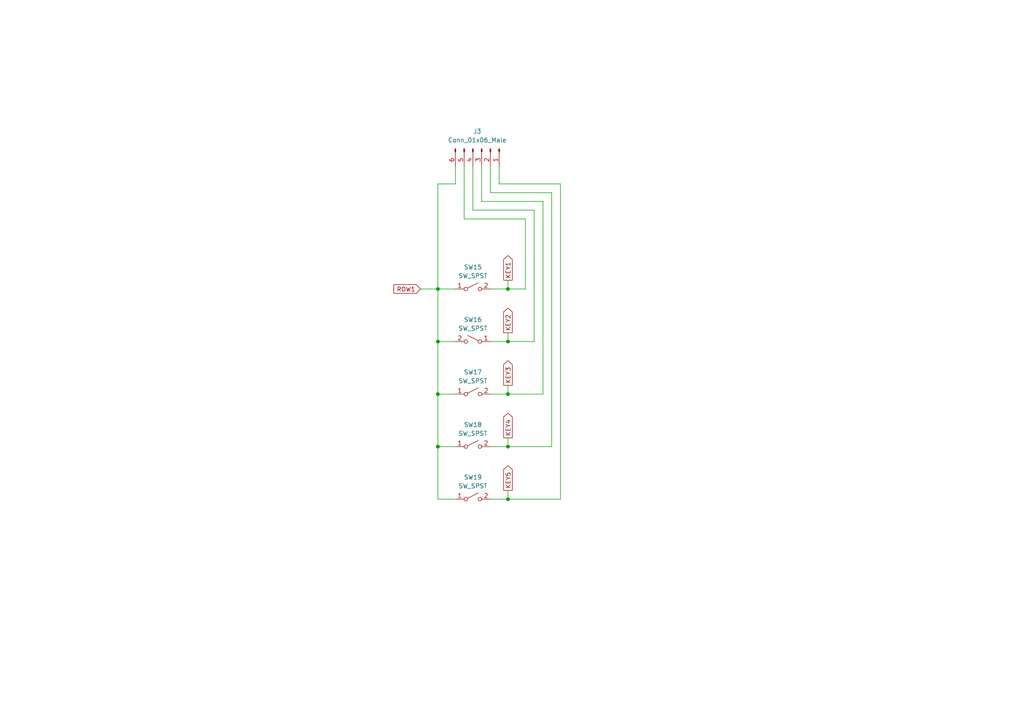
<source format=kicad_sch>
(kicad_sch (version 20211123) (generator eeschema)
  (paper "A4")
  (lib_symbols
    (symbol "Connector:Conn_01x06_Male" (pin_names (offset 1.016) hide)
      (property "Reference" "J" (at 0 7.62 0))
      (property "Value" "Conn_01x06_Male" (at 0 -10.16 0))
      (symbol "Conn_01x06_Male_1_1"
        (polyline (pts (xy 1.27 -7.62) (xy 0.8636 -7.62)) (stroke (width 0.1524)))
        (polyline (pts (xy 1.27 -5.08) (xy 0.8636 -5.08)) (stroke (width 0.1524)))
        (polyline (pts (xy 1.27 -2.54) (xy 0.8636 -2.54)) (stroke (width 0.1524)))
        (polyline (pts (xy 1.27 0) (xy 0.8636 0)) (stroke (width 0.1524)))
        (polyline (pts (xy 1.27 2.54) (xy 0.8636 2.54)) (stroke (width 0.1524)))
        (polyline (pts (xy 1.27 5.08) (xy 0.8636 5.08)) (stroke (width 0.1524)))
        (rectangle (start 0.8636 -7.493) (end 0 -7.747) (stroke (width 0.1524)) (fill (type outline)))
        (rectangle (start 0.8636 -4.953) (end 0 -5.207) (stroke (width 0.1524)) (fill (type outline)))
        (rectangle (start 0.8636 -2.413) (end 0 -2.667) (stroke (width 0.1524)) (fill (type outline)))
        (rectangle (start 0.8636 0.127) (end 0 -0.127) (stroke (width 0.1524)) (fill (type outline)))
        (rectangle (start 0.8636 2.667) (end 0 2.413) (stroke (width 0.1524)) (fill (type outline)))
        (rectangle (start 0.8636 5.207) (end 0 4.953) (stroke (width 0.1524)) (fill (type outline)))
        (pin passive line (at 5.08 5.08 180) (length 3.81) (name "Pin_1") (number "1"))
        (pin passive line (at 5.08 2.54 180) (length 3.81) (name "Pin_2") (number "2"))
        (pin passive line (at 5.08 0 180) (length 3.81) (name "Pin_3") (number "3"))
        (pin passive line (at 5.08 -2.54 180) (length 3.81) (name "Pin_4") (number "4"))
        (pin passive line (at 5.08 -5.08 180) (length 3.81) (name "Pin_5") (number "5"))
        (pin passive line (at 5.08 -7.62 180) (length 3.81) (name "Pin_6") (number "6"))
      )
    )
    (symbol "Switch:SW_SPST" (pin_names (offset 0) hide)
      (property "Reference" "SW" (at 0 3.175 0))
      (property "Value" "SW_SPST" (at 0 -2.54 0))
      (symbol "SW_SPST_0_0"
        (circle (center -2.032 0) (radius 0.508))
        (polyline (pts (xy -1.524 0.254) (xy 1.524 1.778)))
        (circle (center 2.032 0) (radius 0.508))
      )
      (symbol "SW_SPST_1_1"
        (pin passive line (at -5.08 0 0) (length 2.54) (name "A") (number "1"))
        (pin passive line (at 5.08 0 180) (length 2.54) (name "B") (number "2"))
      )
    )
  )
  (junction (at 147.32 129.54))
  (junction (at 147.32 144.78))
  (junction (at 147.32 99.06))
  (junction (at 127 114.3))
  (junction (at 127 129.54))
  (junction (at 147.32 83.82))
  (junction (at 127 83.82))
  (junction (at 147.32 114.3))
  (junction (at 127 99.06))
  (wire (pts (xy 154.94 99.06) (xy 147.32 99.06)))
  (wire (pts (xy 147.32 127) (xy 147.32 129.54)))
  (wire (pts (xy 127 53.34) (xy 127 83.82)))
  (wire (pts (xy 127 114.3) (xy 132.08 114.3)))
  (wire (pts (xy 162.56 53.34) (xy 162.56 144.78)))
  (wire (pts (xy 127 129.54) (xy 132.08 129.54)))
  (wire (pts (xy 127 83.82) (xy 127 99.06)))
  (wire (pts (xy 147.32 129.54) (xy 142.24 129.54)))
  (wire (pts (xy 127 114.3) (xy 127 129.54)))
  (wire (pts (xy 127 83.82) (xy 132.08 83.82)))
  (wire (pts (xy 139.7 58.42) (xy 157.48 58.42)))
  (wire (pts (xy 160.02 55.88) (xy 160.02 129.54)))
  (wire (pts (xy 147.32 83.82) (xy 142.24 83.82)))
  (wire (pts (xy 127 144.78) (xy 132.08 144.78)))
  (wire (pts (xy 160.02 129.54) (xy 147.32 129.54)))
  (wire (pts (xy 132.08 48.26) (xy 132.08 53.34)))
  (wire (pts (xy 162.56 144.78) (xy 147.32 144.78)))
  (wire (pts (xy 154.94 60.96) (xy 154.94 99.06)))
  (wire (pts (xy 147.32 114.3) (xy 142.24 114.3)))
  (wire (pts (xy 142.24 48.26) (xy 142.24 55.88)))
  (wire (pts (xy 139.7 48.26) (xy 139.7 58.42)))
  (wire (pts (xy 127 129.54) (xy 127 144.78)))
  (wire (pts (xy 127 99.06) (xy 132.08 99.06)))
  (wire (pts (xy 127 99.06) (xy 127 114.3)))
  (wire (pts (xy 132.08 53.34) (xy 127 53.34)))
  (wire (pts (xy 121.92 83.82) (xy 127 83.82)))
  (wire (pts (xy 137.16 48.26) (xy 137.16 60.96)))
  (wire (pts (xy 157.48 58.42) (xy 157.48 114.3)))
  (wire (pts (xy 147.32 144.78) (xy 142.24 144.78)))
  (wire (pts (xy 144.78 53.34) (xy 162.56 53.34)))
  (wire (pts (xy 147.32 99.06) (xy 142.24 99.06)))
  (wire (pts (xy 144.78 48.26) (xy 144.78 53.34)))
  (wire (pts (xy 134.62 48.26) (xy 134.62 63.5)))
  (wire (pts (xy 152.4 63.5) (xy 152.4 83.82)))
  (wire (pts (xy 147.32 142.24) (xy 147.32 144.78)))
  (wire (pts (xy 157.48 114.3) (xy 147.32 114.3)))
  (wire (pts (xy 147.32 96.52) (xy 147.32 99.06)))
  (wire (pts (xy 137.16 60.96) (xy 154.94 60.96)))
  (wire (pts (xy 147.32 111.76) (xy 147.32 114.3)))
  (wire (pts (xy 152.4 83.82) (xy 147.32 83.82)))
  (wire (pts (xy 142.24 55.88) (xy 160.02 55.88)))
  (wire (pts (xy 147.32 81.28) (xy 147.32 83.82)))
  (wire (pts (xy 134.62 63.5) (xy 152.4 63.5)))
  (global_label "KEY5" (shape output) (at 147.32 142.24 90) (property "Intersheet References" "${INTERSHEET_REFS}" (effects hide)))
  (global_label "KEY4" (shape output) (at 147.32 127 90) (property "Intersheet References" "${INTERSHEET_REFS}" (effects hide)))
  (global_label "KEY3" (shape output) (at 147.32 111.76 90) (property "Intersheet References" "${INTERSHEET_REFS}" (effects hide)))
  (global_label "KEY1" (shape output) (at 147.32 81.28 90) (property "Intersheet References" "${INTERSHEET_REFS}" (effects hide)))
  (global_label "ROW1" (shape input) (at 121.92 83.82 180) (property "Intersheet References" "${INTERSHEET_REFS}" (effects hide)))
  (global_label "KEY2" (shape output) (at 147.32 96.52 90) (property "Intersheet References" "${INTERSHEET_REFS}" (effects hide)))
  (symbol (lib_id "Connector:Conn_01x06_Male") (at 139.7 43.18 270) (unit 1)
    (property "Reference" "J3" (at 138.43 38.1 90))
    (property "Value" "Conn_01x06_Male" (at 138.43 40.64 90))
    (property "Footprint" "Connector_PinHeader_2.54mm:PinHeader_1x06_P2.54mm_Horizontal" (effects hide))
  )
  (symbol (lib_id "Switch:SW_SPST") (at 137.16 144.78 0) (unit 1)
    (property "Reference" "SW19" (at 137.16 138.43 0))
    (property "Value" "SW_SPST" (at 137.16 140.97 0))
    (property "Footprint" "Library:BUTTON" (effects hide))
  )
  (symbol (lib_id "Switch:SW_SPST") (at 137.16 129.54 0) (unit 1)
    (property "Reference" "SW18" (at 137.16 123.19 0))
    (property "Value" "SW_SPST" (at 137.16 125.73 0))
    (property "Footprint" "Library:BUTTON" (effects hide))
  )
  (symbol (lib_id "Switch:SW_SPST") (at 137.16 114.3 0) (unit 1)
    (property "Reference" "SW17" (at 137.16 107.95 0))
    (property "Value" "SW_SPST" (at 137.16 110.49 0))
    (property "Footprint" "Library:BUTTON" (effects hide))
  )
  (symbol (lib_id "Switch:SW_SPST") (at 137.16 83.82 0) (unit 1)
    (property "Reference" "SW15" (at 137.16 77.47 0))
    (property "Value" "SW_SPST" (at 137.16 80.01 0))
    (property "Footprint" "Library:BUTTON-RA" (effects hide))
  )
  (symbol (lib_id "Switch:SW_SPST") (at 137.16 99.06 0) (mirror y) (unit 1)
    (property "Reference" "SW16" (at 137.16 92.71 0))
    (property "Value" "SW_SPST" (at 137.16 95.25 0))
    (property "Footprint" "Library:BUTTON-RA-ALT" (effects hide))
  )
)
</source>
